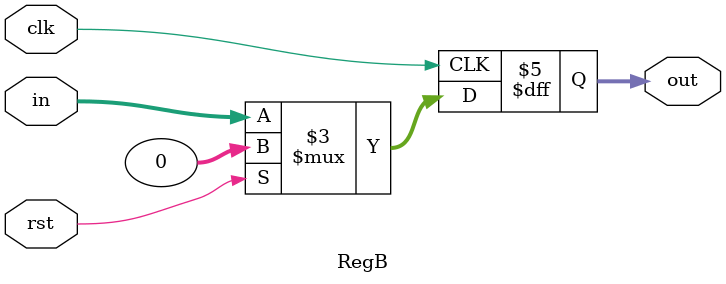
<source format=v>
`timescale 1ns / 1ps
module RegB(in, out, clk, rst);
input [31:0] in;
output reg [31:0] out;
input  clk, rst;

always @(posedge clk)
begin
 if(rst)
   begin
     out <= 32'b0;
   end
  else
   begin
    out <= in;
   end
end


endmodule

</source>
